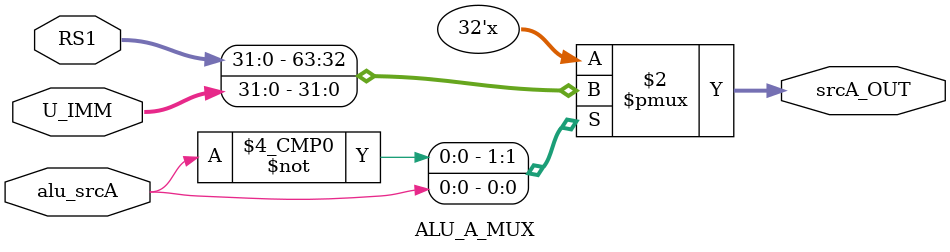
<source format=sv>
`timescale 1ns / 1ps


module ALU_A_MUX(
    input logic alu_srcA,
    input logic [31:0] RS1,
    input logic [31:0] U_IMM,
    output logic [31:0] srcA_OUT
    );
    
    always_comb begin
        case(alu_srcA)
            1'b0: srcA_OUT = RS1;
            1'b1: srcA_OUT = U_IMM;
            default: srcA_OUT = 32'h00000000;
        endcase
    
    end
endmodule

</source>
